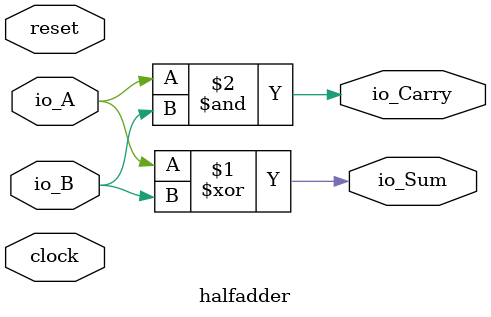
<source format=v>
module halfadder(
  input   clock,
  input   reset,
  input   io_A,
  input   io_B,
  output  io_Sum,
  output  io_Carry
);
  assign io_Sum = io_A ^ io_B; // @[halfadder.scala 16:18]
  assign io_Carry = io_A & io_B; // @[halfadder.scala 17:20]
endmodule

</source>
